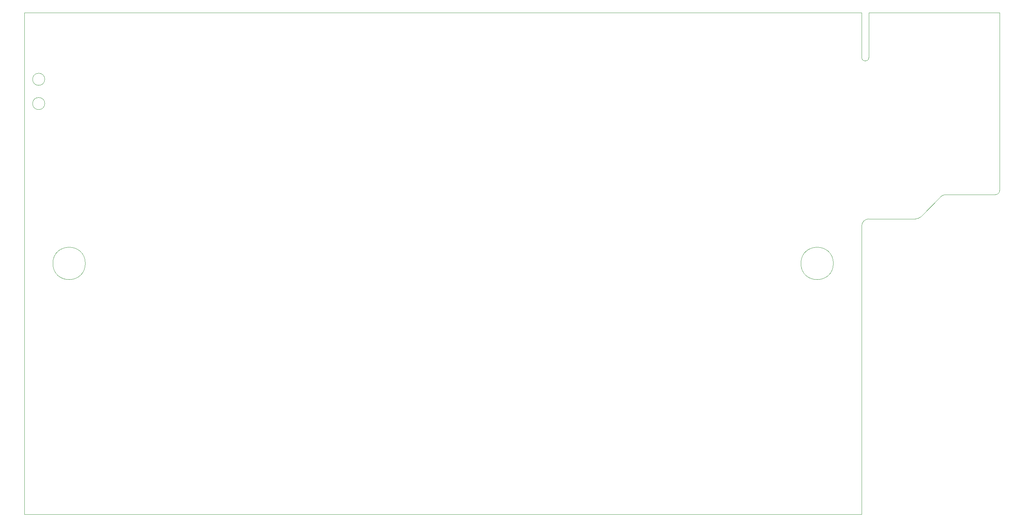
<source format=gm1>
%TF.GenerationSoftware,KiCad,Pcbnew,(5.1.9-0-10_14)*%
%TF.CreationDate,2022-12-08T20:25:56-05:00*%
%TF.ProjectId,5AhG3-12S,35416847-332d-4313-9253-2e6b69636164,rev?*%
%TF.SameCoordinates,Original*%
%TF.FileFunction,Profile,NP*%
%FSLAX46Y46*%
G04 Gerber Fmt 4.6, Leading zero omitted, Abs format (unit mm)*
G04 Created by KiCad (PCBNEW (5.1.9-0-10_14)) date 2022-12-08 20:25:56*
%MOMM*%
%LPD*%
G01*
G04 APERTURE LIST*
%TA.AperFunction,Profile*%
%ADD10C,0.050000*%
%TD*%
G04 APERTURE END LIST*
D10*
X273500000Y-136000000D02*
G75*
G03*
X273500000Y-136000000I-4000000J0D01*
G01*
X79000000Y-90500000D02*
G75*
G03*
X79000000Y-90500000I-1500000J0D01*
G01*
X79000000Y-96500000D02*
G75*
G03*
X79000000Y-96500000I-1500000J0D01*
G01*
X282250000Y-85125000D02*
G75*
G02*
X280500000Y-85125000I-875000J0D01*
G01*
X314500000Y-118000000D02*
G75*
G02*
X313500000Y-119000000I-1000000J0D01*
G01*
X295007437Y-124487437D02*
G75*
G02*
X293770000Y-125000000I-1237437J1237437D01*
G01*
X299982563Y-119512563D02*
G75*
G02*
X301220000Y-119000000I1237437J-1237437D01*
G01*
X280500000Y-126750000D02*
G75*
G02*
X282250000Y-125000000I1750000J0D01*
G01*
X313500000Y-119000000D02*
X301220000Y-119000000D01*
X293770000Y-125000000D02*
X282250000Y-125000000D01*
X299982563Y-119512563D02*
X295007437Y-124487437D01*
X280500000Y-126750000D02*
X280500000Y-198000000D01*
X314500000Y-74000000D02*
X314500000Y-118000000D01*
X282250000Y-74000000D02*
X314500000Y-74000000D01*
X282250000Y-85125000D02*
X282250000Y-74000000D01*
X89000000Y-136000000D02*
G75*
G03*
X89000000Y-136000000I-4000000J0D01*
G01*
X74000000Y-198000000D02*
X74000000Y-74000000D01*
X280500000Y-198000000D02*
X74000000Y-198000000D01*
X280500000Y-74000000D02*
X280500000Y-85125000D01*
X74000000Y-74000000D02*
X280500000Y-74000000D01*
M02*

</source>
